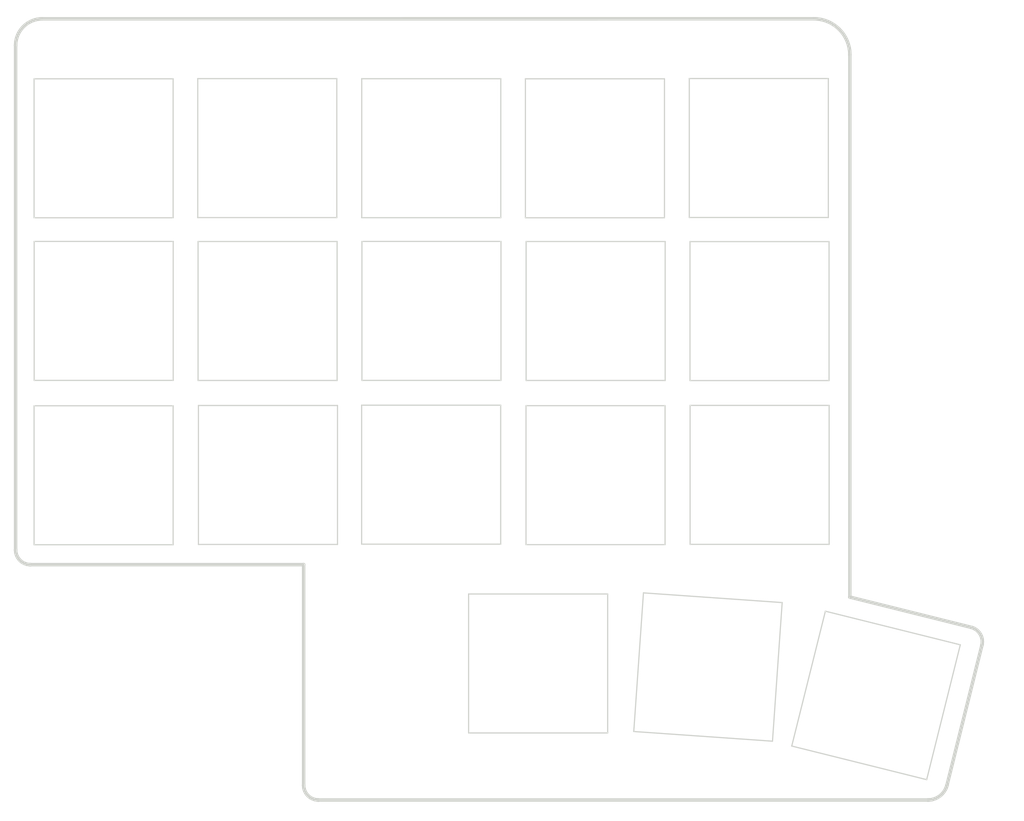
<source format=kicad_pcb>
(kicad_pcb (version 20211014) (generator pcbnew)
  (layers (0 "F.Cu" signal) (31 "B.Cu" signal) (34 "B.Paste" user) (35 "F.Paste" user) (36 "B.SilkS" user "B.Silkscreen") (37 "F.SilkS" user "F.Silkscreen") (38 "B.Mask" user) (39 "F.Mask" user) (44 "Edge.Cuts" user))
  (net 0 "")
  (net 1 "GND")
  (footprint "split-mini:SW_Hole" (layer "F.Cu") (at 23.43 46.36)
    (fp_text reference "SW6" hide)
    (fp_text value "SW_PUSH" hide)
    (fp_line (start -7 -7) (end -7 7) (layer "Edge.Cuts") (width 0.12))
    (fp_line (start -7 7) (end 7 7) (layer "Edge.Cuts") (width 0.12))
    (fp_line (start 7 -7) (end -7 -7) (layer "Edge.Cuts") (width 0.12))
    (fp_line (start 7 7) (end 7 -7) (layer "Edge.Cuts") (width 0.12))
  )
  (footprint "split-mini:SW_Hole" (layer "F.Cu") (at 23.42 62.92)
    (fp_text reference "SW11" hide)
    (fp_text value "SW_PUSH" hide)
    (fp_line (start 7 7) (end 7 -7) (layer "Edge.Cuts") (width 0.12))
    (fp_line (start -7 -7) (end -7 7) (layer "Edge.Cuts") (width 0.12))
    (fp_line (start -7 7) (end 7 7) (layer "Edge.Cuts") (width 0.12))
    (fp_line (start 7 -7) (end -7 -7) (layer "Edge.Cuts") (width 0.12))
  )
  (footprint "split-mini:spacer_m2_2.2mm" (layer "F.Cu") (at 48.46 74.8)
    (fp_text reference "Ref3" hide)
    (fp_text value "Val3" hide)
    (pad "" np_thru_hole circle locked (at 0 0) (size 2.2 2.2) (drill 2.2) (layers F&B.Cu *.Mask))
  )
  (footprint "split-mini:spacer_m2_2.2mm" (layer "F.Cu") (at 23.57 19.92)
    (fp_text reference "Ref1" hide)
    (fp_text value "Val1" hide)
    (pad "" np_thru_hole circle locked (at 0 0) (size 2.2 2.2) (drill 2.2) (layers F&B.Cu *.Mask))
  )
  (footprint "split-mini:SW_Hole" (layer "F.Cu") (at 72.96 46.37)
    (fp_text reference "SW9" hide)
    (fp_text value "SW_PUSH" hide)
    (fp_line (start -7 7) (end 7 7) (layer "Edge.Cuts") (width 0.12))
    (fp_line (start 7 -7) (end -7 -7) (layer "Edge.Cuts") (width 0.12))
    (fp_line (start -7 -7) (end -7 7) (layer "Edge.Cuts") (width 0.12))
    (fp_line (start 7 7) (end 7 -7) (layer "Edge.Cuts") (width 0.12))
  )
  (footprint "split-mini:SW_Hole" (layer "F.Cu") (at 56.41 29.97)
    (fp_text reference "SW3" hide)
    (fp_text value "SW_PUSH" hide)
    (fp_line (start 7 -7) (end -7 -7) (layer "Edge.Cuts") (width 0.12))
    (fp_line (start -7 -7) (end -7 7) (layer "Edge.Cuts") (width 0.12))
    (fp_line (start -7 7) (end 7 7) (layer "Edge.Cuts") (width 0.12))
    (fp_line (start 7 7) (end 7 -7) (layer "Edge.Cuts") (width 0.12))
  )
  (footprint "split-mini:spacer_m2_2.2mm" (layer "F.Cu") (at 94.74 73.21)
    (fp_text reference "Ref4" hide)
    (fp_text value "Val4" hide)
    (pad "" np_thru_hole circle locked (at 0 0) (size 2.2 2.2) (drill 2.2) (layers F&B.Cu *.Mask))
  )
  (footprint "split-mini:spacer_m2_2.2mm" (layer "F.Cu") (at 89.55 19.93)
    (fp_text reference "Ref2" hide)
    (fp_text value "Val2" hide)
    (pad "" np_thru_hole circle locked (at 0 0) (size 2.2 2.2) (drill 2.2) (layers F&B.Cu *.Mask))
  )
  (footprint "split-mini:SW_Hole" (layer "F.Cu") (at 89.39 29.95)
    (fp_text reference "SW5" hide)
    (fp_text value "SW_PUSH" hide)
    (fp_line (start 7 -7) (end -7 -7) (layer "Edge.Cuts") (width 0.12))
    (fp_line (start -7 -7) (end -7 7) (layer "Edge.Cuts") (width 0.12))
    (fp_line (start 7 7) (end 7 -7) (layer "Edge.Cuts") (width 0.12))
    (fp_line (start -7 7) (end 7 7) (layer "Edge.Cuts") (width 0.12))
  )
  (footprint "split-mini:SW_Hole" (layer "F.Cu") (at 89.47 62.88)
    (fp_text reference "SW15" hide)
    (fp_text value "SW_PUSH" hide)
    (fp_line (start 7 -7) (end -7 -7) (layer "Edge.Cuts") (width 0.12))
    (fp_line (start 7 7) (end 7 -7) (layer "Edge.Cuts") (width 0.12))
    (fp_line (start -7 -7) (end -7 7) (layer "Edge.Cuts") (width 0.12))
    (fp_line (start -7 7) (end 7 7) (layer "Edge.Cuts") (width 0.12))
  )
  (footprint "split-mini:SW_Hole" (layer "F.Cu") (at 39.93 46.37)
    (fp_text reference "SW7" hide)
    (fp_text value "SW_PUSH" hide)
    (fp_line (start 7 7) (end 7 -7) (layer "Edge.Cuts") (width 0.12))
    (fp_line (start -7 -7) (end -7 7) (layer "Edge.Cuts") (width 0.12))
    (fp_line (start -7 7) (end 7 7) (layer "Edge.Cuts") (width 0.12))
    (fp_line (start 7 -7) (end -7 -7) (layer "Edge.Cuts") (width 0.12))
  )
  (footprint "split-mini:SW_Hole" (layer "F.Cu") (at 67.17 81.88)
    (fp_text reference "SW16" hide)
    (fp_text value "SW_PUSH" hide)
    (fp_line (start 7 -7) (end -7 -7) (layer "Edge.Cuts") (width 0.12))
    (fp_line (start -7 -7) (end -7 7) (layer "Edge.Cuts") (width 0.12))
    (fp_line (start 7 7) (end 7 -7) (layer "Edge.Cuts") (width 0.12))
    (fp_line (start -7 7) (end 7 7) (layer "Edge.Cuts") (width 0.12))
  )
  (footprint "split-mini:SW_Hole" (layer "F.Cu") (at 101.19 85.1 -14)
    (fp_text reference "SW18" hide)
    (fp_text value "SW_PUSH" hide)
    (fp_line (start 7 7) (end 7 -7) (layer "Edge.Cuts") (width 0.12))
    (fp_line (start 7 -7) (end -7 -7) (layer "Edge.Cuts") (width 0.12))
    (fp_line (start -7 7) (end 7 7) (layer "Edge.Cuts") (width 0.12))
    (fp_line (start -7 -7) (end -7 7) (layer "Edge.Cuts") (width 0.12))
  )
  (footprint "split-mini:SW_Hole" (layer "F.Cu") (at 56.43 46.36)
    (fp_text reference "SW8" hide)
    (fp_text value "SW_PUSH" hide)
    (fp_line (start 7 -7) (end -7 -7) (layer "Edge.Cuts") (width 0.12))
    (fp_line (start 7 7) (end 7 -7) (layer "Edge.Cuts") (width 0.12))
    (fp_line (start -7 7) (end 7 7) (layer "Edge.Cuts") (width 0.12))
    (fp_line (start -7 -7) (end -7 7) (layer "Edge.Cuts") (width 0.12))
  )
  (footprint "split-mini:SW_Hole" (layer "F.Cu") (at 84.27 82.24 -4)
    (fp_text reference "SW17" hide)
    (fp_text value "SW_PUSH" hide)
    (fp_line (start 7 7) (end 7 -7) (layer "Edge.Cuts") (width 0.12))
    (fp_line (start -7 -7) (end -7 7) (layer "Edge.Cuts") (width 0.12))
    (fp_line (start 7 -7) (end -7 -7) (layer "Edge.Cuts") (width 0.12))
    (fp_line (start -7 7) (end 7 7) (layer "Edge.Cuts") (width 0.12))
  )
  (footprint "split-mini:SW_Hole" (layer "F.Cu") (at 89.46 46.38)
    (fp_text reference "SW10" hide)
    (fp_text value "SW_PUSH" hide)
    (fp_line (start -7 -7) (end -7 7) (layer "Edge.Cuts") (width 0.12))
    (fp_line (start 7 7) (end 7 -7) (layer "Edge.Cuts") (width 0.12))
    (fp_line (start 7 -7) (end -7 -7) (layer "Edge.Cuts") (width 0.12))
    (fp_line (start -7 7) (end 7 7) (layer "Edge.Cuts") (width 0.12))
  )
  (footprint "split-mini:SW_Hole" (layer "F.Cu") (at 39.9 29.96)
    (fp_text reference "SW2" hide)
    (fp_text value "SW_PUSH" hide)
    (fp_line (start 7 7) (end 7 -7) (layer "Edge.Cuts") (width 0.12))
    (fp_line (start -7 -7) (end -7 7) (layer "Edge.Cuts") (width 0.12))
    (fp_line (start 7 -7) (end -7 -7) (layer "Edge.Cuts") (width 0.12))
    (fp_line (start -7 7) (end 7 7) (layer "Edge.Cuts") (width 0.12))
  )
  (footprint "split-mini:SW_Hole" (layer "F.Cu") (at 56.4 62.86)
    (fp_text reference "SW13" hide)
    (fp_text value "SW_PUSH" hide)
    (fp_line (start -7 -7) (end -7 7) (layer "Edge.Cuts") (width 0.12))
    (fp_line (start 7 -7) (end -7 -7) (layer "Edge.Cuts") (width 0.12))
    (fp_line (start 7 7) (end 7 -7) (layer "Edge.Cuts") (width 0.12))
    (fp_line (start -7 7) (end 7 7) (layer "Edge.Cuts") (width 0.12))
  )
  (footprint "split-mini:SW_Hole" (layer "F.Cu") (at 39.97 62.89)
    (fp_text reference "SW12" hide)
    (fp_text value "SW_PUSH" hide)
    (fp_line (start 7 7) (end 7 -7) (layer "Edge.Cuts") (width 0.12))
    (fp_line (start -7 7) (end 7 7) (layer "Edge.Cuts") (width 0.12))
    (fp_line (start 7 -7) (end -7 -7) (layer "Edge.Cuts") (width 0.12))
    (fp_line (start -7 -7) (end -7 7) (layer "Edge.Cuts") (width 0.12))
  )
  (footprint "split-mini:SW_Hole" (layer "F.Cu") (at 72.95 62.91)
    (fp_text reference "SW14" hide)
    (fp_text value "SW_PUSH" hide)
    (fp_line (start -7 7) (end 7 7) (layer "Edge.Cuts") (width 0.12))
    (fp_line (start 7 7) (end 7 -7) (layer "Edge.Cuts") (width 0.12))
    (fp_line (start -7 -7) (end -7 7) (layer "Edge.Cuts") (width 0.12))
    (fp_line (start 7 -7) (end -7 -7) (layer "Edge.Cuts") (width 0.12))
  )
  (footprint "split-mini:SW_Hole" (layer "F.Cu") (at 23.42 29.98)
    (fp_text reference "SW1" hide)
    (fp_text value "SW_PUSH" hide)
    (fp_line (start -7 -7) (end -7 7) (layer "Edge.Cuts") (width 0.12))
    (fp_line (start -7 7) (end 7 7) (layer "Edge.Cuts") (width 0.12))
    (fp_line (start 7 7) (end 7 -7) (layer "Edge.Cuts") (width 0.12))
    (fp_line (start 7 -7) (end -7 -7) (layer "Edge.Cuts") (width 0.12))
  )
  (footprint "split-mini:SW_Hole" (layer "F.Cu") (at 72.89 29.98)
    (fp_text reference "SW4" hide)
    (fp_text value "SW_PUSH" hide)
    (fp_line (start 7 -7) (end -7 -7) (layer "Edge.Cuts") (width 0.12))
    (fp_line (start -7 -7) (end -7 7) (layer "Edge.Cuts") (width 0.12))
    (fp_line (start -7 7) (end 7 7) (layer "Edge.Cuts") (width 0.12))
    (fp_line (start 7 7) (end 7 -7) (layer "Edge.Cuts") (width 0.12))
  )
  (gr_line (start 96.315577 17.209187) (end 96.150337 17.145423) (layer "Edge.Cuts") (width 0.349999))
  (gr_line (start 97.493515 17.996216) (end 97.493515 17.996216) (layer "Edge.Cuts") (width 0.349999))
  (gr_line (start 14.561218 19.625755) (end 14.561218 70.426453) (layer "Edge.Cuts") (width 0.349999))
  (gr_line (start 44.839713 95.620014) (end 44.912961 95.629112) (layer "Edge.Cuts") (width 0.349999))
  (gr_line (start 44.11058 95.296756) (end 44.168808 95.342117) (layer "Edge.Cuts") (width 0.349999))
  (gr_line (start 110.83004 78.25542) (end 110.755615 78.234853) (layer "Edge.Cuts") (width 0.349999))
  (gr_line (start 14.592199 19.216273) (end 14.5751 19.350838) (layer "Edge.Cuts") (width 0.349999))
  (gr_line (start 94.926117 16.932858) (end 94.926117 16.932858) (layer "Edge.Cuts") (width 0.349999))
  (gr_line (start 43.626056 94.572707) (end 43.649054 94.642214) (layer "Edge.Cuts") (width 0.349999))
  (gr_line (start 98.517185 20.027407) (end 98.486565 19.851925) (layer "Edge.Cuts") (width 0.349999))
  (gr_line (start 45.061218 95.636452) (end 45.061218 95.636452) (layer "Edge.Cuts") (width 0.349999))
  (gr_line (start 111.107928 78.371361) (end 111.041565 78.337553) (layer "Edge.Cuts") (width 0.349999))
  (gr_line (start 15.839713 71.910015) (end 15.912961 71.919113) (layer "Edge.Cuts") (width 0.349999))
  (gr_line (start 111.89175 79.752469) (end 111.893054 79.678002) (layer "Edge.Cuts") (width 0.349999))
  (gr_line (start 16.975085 16.950732) (end 16.840521 16.967837) (layer "Edge.Cuts") (width 0.349999))
  (gr_line (start 16.084293 17.202035) (end 15.968358 17.261419) (layer "Edge.Cuts") (width 0.349999))
  (gr_line (start 44.767215 95.607364) (end 44.839713 95.620014) (layer "Edge.Cuts") (width 0.349999))
  (gr_line (start 43.77401 94.90659) (end 43.813236 94.968655) (layer "Edge.Cuts") (width 0.349999))
  (gr_line (start 95.637763 17.003241) (end 95.46228 16.972628) (layer "Edge.Cuts") (width 0.349999))
  (gr_line (start 15.175199 17.9154) (end 15.095378 18.016978) (layer "Edge.Cuts") (width 0.349999))
  (gr_line (start 111.875057 79.458125) (end 111.861984 79.386388) (layer "Edge.Cuts") (width 0.349999))
  (gr_line (start 14.77401 71.19659) (end 14.813236 71.258655) (layer "Edge.Cuts") (width 0.349999))
  (gr_line (start 14.606457 70.792079) (end 14.626056 70.862706) (layer "Edge.Cuts") (width 0.349999))
  (gr_line (start 15.555456 71.838618) (end 15.624964 71.861616) (layer "Edge.Cuts") (width 0.349999))
  (gr_line (start 44.291081 95.423661) (end 44.354881 95.459743) (layer "Edge.Cuts") (width 0.349999))
  (gr_line (start 111.776153 79.110262) (end 111.746653 79.044507) (layer "Edge.Cuts") (width 0.349999))
  (gr_line (start 111.507393 78.686304) (end 111.45778 78.633724) (layer "Edge.Cuts") (width 0.349999))
  (gr_line (start 108.316808 94.209137) (end 108.339218 94.126755) (layer "Edge.Cuts") (width 0.349999))
  (gr_line (start 44.420292 95.49263) (end 44.487191 95.522272) (layer "Edge.Cuts") (width 0.349999))
  (gr_line (start 15.85576 17.326166) (end 15.746668 17.396109) (layer "Edge.Cuts") (width 0.349999))
  (gr_line (start 43.855554 95.028863) (end 43.900914 95.087091) (layer "Edge.Cuts") (width 0.349999))
  (gr_line (start 96.94051 17.542809) (end 96.790276 17.447865) (layer "Edge.Cuts") (width 0.349999))
  (gr_line (start 107.871687 94.994278) (end 107.977185 94.87) (layer "Edge.Cuts") (width 0.349999))
  (gr_line (start 14.564717 19.487389) (end 14.561218 19.625755) (layer "Edge.Cuts") (width 0.349999))
  (gr_line (start 17.25 16.936836) (end 17.111634 16.940342) (layer "Edge.Cuts") (width 0.349999))
  (gr_line (start 15.11058 71.586757) (end 15.168808 71.632118) (layer "Edge.Cuts") (width 0.349999))
  (gr_line (start 106.825126 95.592214) (end 106.905783 95.573145) (layer "Edge.Cuts") (width 0.349999))
  (gr_line (start 14.561218 19.625755) (end 14.561218 19.625755) (layer "Edge.Cuts") (width 0.349999))
  (gr_line (start 96.477511 17.280931) (end 96.315577 17.209187) (layer "Edge.Cuts") (width 0.349999))
  (gr_line (start 98.556976 75.193375) (end 98.556976 75.193375) (layer "Edge.Cuts") (width 0.349999))
  (gr_line (start 44.000557 95.197114) (end 44.054455 95.248405) (layer "Edge.Cuts") (width 0.349999))
  (gr_line (start 15.054455 71.538406) (end 15.11058 71.586757) (layer "Edge.Cuts") (width 0.349999))
  (gr_line (start 107.756725 95.109209) (end 107.871687 94.994278) (layer "Edge.Cuts") (width 0.349999))
  (gr_line (start 98.400031 19.507603) (end 98.344363 19.339358) (layer "Edge.Cuts") (width 0.349999))
  (gr_line (start 44.986837 95.634609) (end 45.061218 95.636452) (layer "Edge.Cuts") (width 0.349999))
  (gr_line (start 111.293622 78.490475) (end 111.234026 78.447936) (layer "Edge.Cuts") (width 0.349999))
  (gr_line (start 15.348737 17.724451) (end 15.259708 17.817835) (layer "Edge.Cuts") (width 0.349999))
  (gr_line (start 97.84451 18.403468) (end 97.73471 18.262527) (layer "Edge.Cuts") (width 0.349999))
  (gr_line (start 43.606457 94.50208) (end 43.626056 94.572707) (layer "Edge.Cuts") (width 0.349999))
  (gr_line (start 43.561218 94.136452) (end 43.561218 94.136452) (layer "Edge.Cuts") (width 0.349999))
  (gr_line (start 14.900914 71.377091) (end 14.949266 71.433216) (layer "Edge.Cuts") (width 0.349999))
  (gr_line (start 97.086248 17.645239) (end 96.94051 17.542809) (layer "Edge.Cuts") (width 0.349999))
  (gr_line (start 111.350826 78.535695) (end 111.293622 78.490475) (layer "Edge.Cuts") (width 0.349999))
  (gr_line (start 43.590307 94.430456) (end 43.606457 94.50208) (layer "Edge.Cuts") (width 0.349999))
  (gr_line (start 44.168808 95.342117) (end 44.229016 95.384435) (layer "Edge.Cuts") (width 0.349999))
  (gr_line (start 94.926117 16.932858) (end 17.25 16.936836) (layer "Edge.Cuts") (width 0.349999))
  (gr_line (start 15.986837 71.92461) (end 16.061218 71.926453) (layer "Edge.Cuts") (width 0.349999))
  (gr_line (start 97.363049 17.872066) (end 97.227194 17.755032) (layer "Edge.Cuts") (width 0.349999))
  (gr_line (start 111.405568 78.583483) (end 111.350826 78.535695) (layer "Edge.Cuts") (width 0.349999))
  (gr_line (start 95.284979 16.950611) (end 95.106159 16.937313) (layer "Edge.Cuts") (width 0.349999))
  (gr_line (start 97.946946 18.549202) (end 97.84451 18.403468) (layer "Edge.Cuts") (width 0.349999))
  (gr_line (start 98.552514 20.383524) (end 98.539209 20.204706) (layer "Edge.Cuts") (width 0.349999))
  (gr_line (start 97.493515 17.996216) (end 97.363049 17.872066) (layer "Edge.Cuts") (width 0.349999))
  (gr_line (start 14.5751 19.350838) (end 14.564717 19.487389) (layer "Edge.Cuts") (width 0.349999))
  (gr_line (start 98.556976 20.563565) (end 98.552514 20.383524) (layer "Edge.Cuts") (width 0.349999))
  (gr_line (start 14.826358 18.460034) (end 14.772513 18.57914) (layer "Edge.Cuts") (width 0.349999))
  (gr_line (start 111.884639 79.530716) (end 111.875057 79.458125) (layer "Edge.Cuts") (width 0.349999))
  (gr_line (start 43.813236 94.968655) (end 43.855554 95.028863) (layer "Edge.Cuts") (width 0.349999))
  (gr_line (start 98.539209 20.204706) (end 98.517185 20.027407) (layer "Edge.Cuts") (width 0.349999))
  (gr_line (start 15.539677 17.550904) (end 15.442116 17.635418) (layer "Edge.Cuts") (width 0.349999))
  (gr_line (start 111.746653 79.044507) (end 111.714074 78.980292) (layer "Edge.Cuts") (width 0.349999))
  (gr_line (start 43.675399 94.710479) (end 43.705041 94.777379) (layer "Edge.Cuts") (width 0.349999))
  (gr_line (start 107.361763 95.392678) (end 107.501091 95.308934) (layer "Edge.Cuts") (width 0.349999))
  (gr_line (start 44.000557 95.197114) (end 44.000557 95.197114) (layer "Edge.Cuts") (width 0.349999))
  (gr_line (start 14.590307 70.720455) (end 14.606457 70.792079) (layer "Edge.Cuts") (width 0.349999))
  (gr_line (start 108.339218 94.126755) (end 111.84819 80.053162) (layer "Edge.Cuts") (width 0.349999))
  (gr_line (start 108.29111 94.289903) (end 108.316808 94.209137) (layer "Edge.Cuts") (width 0.349999))
  (gr_line (start 14.675399 71.000479) (end 14.705041 71.067379) (layer "Edge.Cuts") (width 0.349999))
  (gr_line (start 108.195119 94.521852) (end 108.230181 94.446326) (layer "Edge.Cuts") (width 0.349999))
  (gr_line (start 14.724371 18.701245) (end 14.682099 18.826179) (layer "Edge.Cuts") (width 0.349999))
  (gr_line (start 111.88668 79.827333) (end 111.89175 79.752469) (layer "Edge.Cuts") (width 0.349999))
  (gr_line (start 14.682099 18.826179) (end 14.645867 18.953775) (layer "Edge.Cuts") (width 0.349999))
  (gr_line (start 15.641251 17.471078) (end 15.539677 17.550904) (layer "Edge.Cuts") (width 0.349999))
  (gr_line (start 98.556976 75.193375) (end 98.556976 20.563565) (layer "Edge.Cuts") (width 0.349999))
  (gr_line (start 98.447473 19.678557) (end 98.400031 19.507603) (layer "Edge.Cuts") (width 0.349999))
  (gr_line (start 15.624964 71.861616) (end 15.695591 71.881215) (layer "Edge.Cuts") (width 0.349999))
  (gr_line (start 14.626056 70.862706) (end 14.649054 70.932214) (layer "Edge.Cuts") (width 0.349999))
  (gr_line (start 111.598549 78.798025) (end 111.554339 78.741109) (layer "Edge.Cuts") (width 0.349999))
  (gr_line (start 106.905783 95.573145) (end 107.063437 95.525308) (layer "Edge.Cuts") (width 0.349999))
  (gr_line (start 111.554339 78.741109) (end 111.507393 78.686304) (layer "Edge.Cuts") (width 0.349999))
  (gr_line (start 44.624964 95.571615) (end 44.695591 95.591214) (layer "Edge.Cuts") (width 0.349999))
  (gr_line (start 15.020415 18.122399) (end 14.950478 18.231494) (layer "Edge.Cuts") (width 0.349999))
  (gr_line (start 97.227194 17.755032) (end 97.086248 17.645239) (layer "Edge.Cuts") (width 0.349999))
  (gr_line (start 15.000557 71.487115) (end 15.054455 71.538406) (layer "Edge.Cuts") (width 0.349999))
  (gr_line (start 110.755615 78.234853) (end 98.556976 75.193375) (layer "Edge.Cuts") (width 0.349999))
  (gr_line (start 14.615844 19.083863) (end 14.592199 19.216273) (layer "Edge.Cuts") (width 0.349999))
  (gr_line (start 110.973084 78.306884) (end 110.902552 78.279468) (layer "Edge.Cuts") (width 0.349999))
  (gr_line (start 111.45778 78.633724) (end 111.405568 78.583483) (layer "Edge.Cuts") (width 0.349999))
  (gr_line (start 107.977185 94.87) (end 108.072547 94.736899) (layer "Edge.Cuts") (width 0.349999))
  (gr_line (start 107.632969 95.214269) (end 107.756725 95.109209) (layer "Edge.Cuts") (width 0.349999))
  (gr_line (start 43.568558 94.28471) (end 43.577657 94.357958) (layer "Edge.Cuts") (width 0.349999))
  (gr_line (start 98.208842 19.012189) (end 98.129235 18.853861) (layer "Edge.Cuts") (width 0.349999))
  (gr_line (start 111.877776 79.902479) (end 111.88668 79.827333) (layer "Edge.Cuts") (width 0.349999))
  (gr_line (start 108.262206 94.368988) (end 108.29111 94.289903) (layer "Edge.Cuts") (width 0.349999))
  (gr_line (start 16.325499 17.100036) (end 16.203397 17.148184) (layer "Edge.Cuts") (width 0.349999))
  (gr_line (start 15.000557 71.487115) (end 15.000557 71.487115) (layer "Edge.Cuts") (width 0.349999))
  (gr_line (start 43.949266 95.143215) (end 44.000557 95.197114) (layer "Edge.Cuts") (width 0.349999))
  (gr_line (start 98.556976 20.563565) (end 98.556976 20.563565) (layer "Edge.Cuts") (width 0.349999))
  (gr_line (start 96.150337 17.145423) (end 95.98209 17.089762) (layer "Edge.Cuts") (width 0.349999))
  (gr_line (start 111.861984 79.386388) (end 111.845488 79.315619) (layer "Edge.Cuts") (width 0.349999))
  (gr_line (start 15.229016 71.674436) (end 15.291081 71.713662) (layer "Edge.Cuts") (width 0.349999))
  (gr_line (start 98.344363 19.339358) (end 98.280592 19.174121) (layer "Edge.Cuts") (width 0.349999))
  (gr_line (start 108.230181 94.446326) (end 108.262206 94.368988) (layer "Edge.Cuts") (width 0.349999))
  (gr_line (start 14.737928 71.13279) (end 14.77401 71.19659) (layer "Edge.Cuts") (width 0.349999))
  (gr_line (start 108.339218 94.126755) (end 108.339218 94.126755) (layer "Edge.Cuts") (width 0.349999))
  (gr_line (start 15.487191 71.812273) (end 15.555456 71.838618) (layer "Edge.Cuts") (width 0.349999))
  (gr_line (start 106.406906 95.636452) (end 106.492262 95.634638) (layer "Edge.Cuts") (width 0.349999))
  (gr_line (start 111.89066 79.604046) (end 111.884639 79.530716) (layer "Edge.Cuts") (width 0.349999))
  (gr_line (start 44.912961 95.629112) (end 44.986837 95.634609) (layer "Edge.Cuts") (width 0.349999))
  (gr_line (start 98.280592 19.174121) (end 98.208842 19.012189) (layer "Edge.Cuts") (width 0.349999))
  (gr_line (start 16.450431 17.057758) (end 16.325499 17.100036) (layer "Edge.Cuts") (width 0.349999))
  (gr_line (start 106.743362 95.607964) (end 106.825126 95.592214) (layer "Edge.Cuts") (width 0.349999))
  (gr_line (start 16.061218 71.926453) (end 16.061218 71.926453) (layer "Edge.Cuts") (width 0.349999))
  (gr_line (start 44.054455 95.248405) (end 44.11058 95.296756) (layer "Edge.Cuts") (width 0.349999))
  (gr_line (start 14.568558 70.57471) (end 14.577657 70.647958) (layer "Edge.Cuts") (width 0.349999))
  (gr_line (start 44.229016 95.384435) (end 44.291081 95.423661) (layer "Edge.Cuts") (width 0.349999))
  (gr_line (start 108.157103 94.595499) (end 108.195119 94.521852) (layer "Edge.Cuts") (width 0.349999))
  (gr_line (start 16.840521 16.967837) (end 16.708111 16.99149) (layer "Edge.Cuts") (width 0.349999))
  (gr_line (start 98.486565 19.851925) (end 98.447473 19.678557) (layer "Edge.Cuts") (width 0.349999))
  (gr_line (start 14.649054 70.932214) (end 14.675399 71.000479) (layer "Edge.Cuts") (width 0.349999))
  (gr_line (start 43.705041 94.777379) (end 43.737928 94.84279) (layer "Edge.Cuts") (width 0.349999))
  (gr_line (start 111.893054 79.678002) (end 111.89066 79.604046) (layer "Edge.Cuts") (width 0.349999))
  (gr_line (start 14.561218 70.426453) (end 14.563062 70.500834) (layer "Edge.Cuts") (width 0.349999))
  (gr_line (start 108.072547 94.736899) (end 108.157103 94.595499) (layer "Edge.Cuts") (width 0.349999))
  (gr_line (start 15.695591 71.881215) (end 15.767215 71.897365) (layer "Edge.Cuts") (width 0.349999))
  (gr_line (start 44.555456 95.548617) (end 44.624964 95.571615) (layer "Edge.Cuts") (width 0.349999))
  (gr_line (start 107.215654 95.464977) (end 107.361763 95.392678) (layer "Edge.Cuts") (width 0.349999))
  (gr_line (start 96.790276 17.447865) (end 96.635844 17.360532) (layer "Edge.Cuts") (width 0.349999))
  (gr_line (start 15.354881 71.749744) (end 15.420292 71.782631) (layer "Edge.Cuts") (width 0.349999))
  (gr_line (start 43.561218 94.136452) (end 43.563062 94.210834) (layer "Edge.Cuts") (width 0.349999))
  (gr_line (start 43.649054 94.642214) (end 43.675399 94.710479) (layer "Edge.Cuts") (width 0.349999))
  (gr_line (start 15.291081 71.713662) (end 15.354881 71.749744) (layer "Edge.Cuts") (width 0.349999))
  (gr_line (start 45.061218 95.636452) (end 106.406906 95.636452) (layer "Edge.Cuts") (width 0.349999))
  (gr_line (start 111.639954 78.856937) (end 111.598549 78.798025) (layer "Edge.Cuts") (width 0.349999))
  (gr_line (start 97.73471 18.262527) (end 97.617671 18.126677) (layer "Edge.Cuts") (width 0.349999))
  (gr_line (start 95.98209 17.089762) (end 95.811133 17.042326) (layer "Edge.Cuts") (width 0.349999))
  (gr_line (start 111.84819 80.053162) (end 111.864969 79.977794) (layer "Edge.Cuts") (width 0.349999))
  (gr_line (start 17.111634 16.940342) (end 16.975085 16.950732) (layer "Edge.Cuts") (width 0.349999))
  (gr_line (start 43.737928 94.84279) (end 43.77401 94.90659) (layer "Edge.Cuts") (width 0.349999))
  (gr_line (start 111.802504 79.177441) (end 111.776153 79.110262) (layer "Edge.Cuts") (width 0.349999))
  (gr_line (start 95.46228 16.972628) (end 95.284979 16.950611) (layer "Edge.Cuts") (width 0.349999))
  (gr_line (start 111.714074 78.980292) (end 111.678485 78.917731) (layer "Edge.Cuts") (width 0.349999))
  (gr_line (start 110.755615 78.234853) (end 110.755615 78.234853) (layer "Edge.Cuts") (width 0.349999))
  (gr_line (start 111.825639 79.245932) (end 111.802504 79.177441) (layer "Edge.Cuts") (width 0.349999))
  (gr_line (start 15.968358 17.261419) (end 15.85576 17.326166) (layer "Edge.Cuts") (width 0.349999))
  (gr_line (start 43.577657 94.357958) (end 43.590307 94.430456) (layer "Edge.Cuts") (width 0.349999))
  (gr_line (start 95.811133 17.042326) (end 95.637763 17.003241) (layer "Edge.Cuts") (width 0.349999))
  (gr_line (start 106.660574 95.620328) (end 106.743362 95.607964) (layer "Edge.Cuts") (width 0.349999))
  (gr_line (start 14.855554 71.318864) (end 14.900914 71.377091) (layer "Edge.Cuts") (width 0.349999))
  (gr_line (start 14.772513 18.57914) (end 14.724371 18.701245) (layer "Edge.Cuts") (width 0.349999))
  (gr_line (start 15.912961 71.919113) (end 15.986837 71.92461) (layer "Edge.Cuts") (width 0.349999))
  (gr_line (start 16.203397 17.148184) (end 16.084293 17.202035) (layer "Edge.Cuts") (width 0.349999))
  (gr_line (start 111.172105 78.408193) (end 111.107928 78.371361) (layer "Edge.Cuts") (width 0.349999))
  (gr_line (start 15.095378 18.016978) (end 15.020415 18.122399) (layer "Edge.Cuts") (width 0.349999))
  (gr_line (start 111.84819 80.053162) (end 111.84819 80.053162) (layer "Edge.Cuts") (width 0.349999))
  (gr_line (start 111.864969 79.977794) (end 111.877776 79.902479) (layer "Edge.Cuts") (width 0.349999))
  (gr_line (start 106.492262 95.634638) (end 106.576846 95.629242) (layer "Edge.Cuts") (width 0.349999))
  (gr_line (start 16.061218 71.926453) (end 43.561218 71.926453) (layer "Edge.Cuts") (width 0.349999))
  (gr_line (start 14.949266 71.433216) (end 15.000557 71.487115) (layer "Edge.Cuts") (width 0.349999))
  (gr_line (start 15.259708 17.817835) (end 15.175199 17.9154) (layer "Edge.Cuts") (width 0.349999))
  (gr_line (start 14.813236 71.258655) (end 14.855554 71.318864) (layer "Edge.Cuts") (width 0.349999))
  (gr_line (start 107.501091 95.308934) (end 107.632969 95.214269) (layer "Edge.Cuts") (width 0.349999))
  (gr_line (start 95.106159 16.937313) (end 94.926117 16.932858) (layer "Edge.Cuts") (width 0.349999))
  (gr_line (start 15.767215 71.897365) (end 15.839713 71.910015) (layer "Edge.Cuts") (width 0.349999))
  (gr_line (start 107.063437 95.525308) (end 107.215654 95.464977) (layer "Edge.Cuts") (width 0.349999))
  (gr_line (start 43.561218 71.926453) (end 43.561218 94.136452) (layer "Edge.Cuts") (width 0.349999))
  (gr_line (start 106.576846 95.629242) (end 106.660574 95.620328) (layer "Edge.Cuts") (width 0.349999))
  (gr_line (start 16.578025 17.021519) (end 16.450431 17.057758) (layer "Edge.Cuts") (width 0.349999))
  (gr_line (start 44.487191 95.522272) (end 44.555456 95.548617) (layer "Edge.Cuts") (width 0.349999))
  (gr_line (start 43.900914 95.087091) (end 43.949266 95.143215) (layer "Edge.Cuts") (width 0.349999))
  (gr_line (start 14.950478 18.231494) (end 14.885736 18.344096) (layer "Edge.Cuts") (width 0.349999))
  (gr_line (start 14.577657 70.647958) (end 14.590307 70.720455) (layer "Edge.Cuts") (width 0.349999))
  (gr_line (start 106.406906 95.636452) (end 106.406906 95.636452) (layer "Edge.Cuts") (width 0.349999))
  (gr_line (start 15.168808 71.632118) (end 15.229016 71.674436) (layer "Edge.Cuts") (width 0.349999))
  (gr_line (start 14.561218 70.426453) (end 14.561218 70.426453) (layer "Edge.Cuts") (width 0.349999))
  (gr_line (start 44.354881 95.459743) (end 44.420292 95.49263) (layer "Edge.Cuts") (width 0.349999))
  (gr_line (start 14.645867 18.953775) (end 14.615844 19.083863) (layer "Edge.Cuts") (width 0.349999))
  (gr_line (start 14.563062 70.500834) (end 14.568558 70.57471) (layer "Edge.Cuts") (width 0.349999))
  (gr_line (start 43.561218 71.926453) (end 43.561218 71.926453) (layer "Edge.Cuts") (width 0.349999))
  (gr_line (start 111.234026 78.447936) (end 111.172105 78.408193) (layer "Edge.Cuts") (width 0.349999))
  (gr_line (start 111.041565 78.337553) (end 110.973084 78.306884) (layer "Edge.Cuts") (width 0.349999))
  (gr_line (start 98.041895 18.699432) (end 97.946946 18.549202) (layer "Edge.Cuts") (width 0.349999))
  (gr_line (start 44.695591 95.591214) (end 44.767215 95.607364) (layer "Edge.Cuts") (width 0.349999))
  (gr_line (start 111.678485 78.917731) (end 111.639954 78.856937) (layer "Edge.Cuts") (width 0.349999))
  (gr_line (start 96.635844 17.360532) (end 96.477511 17.280931) (layer "Edge.Cuts") (width 0.349999))
  (gr_line (start 111.845488 79.315619) (end 111.825639 79.245932) (layer "Edge.Cuts") (width 0.349999))
  (gr_line (start 43.563062 94.210834) (end 43.568558 94.28471) (layer "Edge.Cuts") (width 0.349999))
  (gr_line (start 15.420292 71.782631) (end 15.487191 71.812273) (layer "Edge.Cuts") (width 0.349999))
  (gr_line (start 16.708111 16.99149) (end 16.578025 17.021519) (layer "Edge.Cuts") (width 0.349999))
  (gr_line (start 14.885736 18.344096) (end 14.826358 18.460034) (layer "Edge.Cuts") (width 0.349999))
  (gr_line (start 97.617671 18.126677) (end 97.493515 17.996216) (layer "Edge.Cuts") (width 0.349999))
  (gr_line (start 15.746668 17.396109) (end 15.641251 17.471078) (layer "Edge.Cuts") (width 0.349999))
  (gr_line (start 110.902552 78.279468) (end 110.83004 78.25542) (layer "Edge.Cuts") (width 0.349999))
  (gr_line (start 98.129235 18.853861) (end 98.041895 18.699432) (layer "Edge.Cuts") (width 0.349999))
  (gr_line (start 15.442116 17.635418) (end 15.348737 17.724451) (layer "Edge.Cuts") (width 0.349999))
  (gr_line (start 14.705041 71.067379) (end 14.737928 71.13279) (layer "Edge.Cuts") (width 0.349999))
)
</source>
